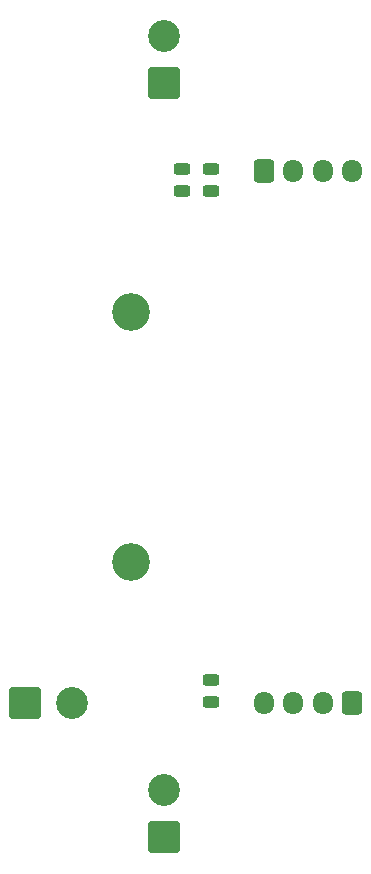
<source format=gbr>
%TF.GenerationSoftware,KiCad,Pcbnew,7.0.6*%
%TF.CreationDate,2024-02-11T17:46:38+09:00*%
%TF.ProjectId,MotorDriver_DRV8874_20240201,4d6f746f-7244-4726-9976-65725f445256,rev?*%
%TF.SameCoordinates,Original*%
%TF.FileFunction,Soldermask,Bot*%
%TF.FilePolarity,Negative*%
%FSLAX46Y46*%
G04 Gerber Fmt 4.6, Leading zero omitted, Abs format (unit mm)*
G04 Created by KiCad (PCBNEW 7.0.6) date 2024-02-11 17:46:38*
%MOMM*%
%LPD*%
G01*
G04 APERTURE LIST*
G04 Aperture macros list*
%AMRoundRect*
0 Rectangle with rounded corners*
0 $1 Rounding radius*
0 $2 $3 $4 $5 $6 $7 $8 $9 X,Y pos of 4 corners*
0 Add a 4 corners polygon primitive as box body*
4,1,4,$2,$3,$4,$5,$6,$7,$8,$9,$2,$3,0*
0 Add four circle primitives for the rounded corners*
1,1,$1+$1,$2,$3*
1,1,$1+$1,$4,$5*
1,1,$1+$1,$6,$7*
1,1,$1+$1,$8,$9*
0 Add four rect primitives between the rounded corners*
20,1,$1+$1,$2,$3,$4,$5,0*
20,1,$1+$1,$4,$5,$6,$7,0*
20,1,$1+$1,$6,$7,$8,$9,0*
20,1,$1+$1,$8,$9,$2,$3,0*%
G04 Aperture macros list end*
%ADD10RoundRect,0.250001X1.099999X-1.099999X1.099999X1.099999X-1.099999X1.099999X-1.099999X-1.099999X0*%
%ADD11C,2.700000*%
%ADD12RoundRect,0.250000X-0.600000X-0.725000X0.600000X-0.725000X0.600000X0.725000X-0.600000X0.725000X0*%
%ADD13O,1.700000X1.950000*%
%ADD14RoundRect,0.250000X0.600000X0.725000X-0.600000X0.725000X-0.600000X-0.725000X0.600000X-0.725000X0*%
%ADD15RoundRect,0.250001X-1.099999X-1.099999X1.099999X-1.099999X1.099999X1.099999X-1.099999X1.099999X0*%
%ADD16C,3.200000*%
%ADD17RoundRect,0.243750X-0.456250X0.243750X-0.456250X-0.243750X0.456250X-0.243750X0.456250X0.243750X0*%
G04 APERTURE END LIST*
D10*
%TO.C,M2*%
X96452585Y-128342867D03*
D11*
X96452585Y-124382867D03*
%TD*%
D12*
%TO.C,J4*%
X104925000Y-71912500D03*
D13*
X107425000Y-71912500D03*
X109925000Y-71912500D03*
X112425000Y-71912500D03*
%TD*%
D14*
%TO.C,J5*%
X112425000Y-116962500D03*
D13*
X109925000Y-116962500D03*
X107425000Y-116962500D03*
X104925000Y-116962500D03*
%TD*%
D15*
%TO.C,VIN*%
X84695000Y-116962133D03*
D11*
X88655000Y-116962133D03*
%TD*%
D16*
%TO.C,REF\u002A\u002A*%
X93670708Y-83837500D03*
%TD*%
%TO.C,REF\u002A\u002A*%
X93670690Y-105037500D03*
%TD*%
D10*
%TO.C,M1*%
X96452585Y-64492133D03*
D11*
X96452585Y-60532133D03*
%TD*%
D17*
%TO.C,PWR*%
X100500000Y-115000000D03*
X100500000Y-116875000D03*
%TD*%
%TO.C,M2*%
X100500000Y-71750000D03*
X100500000Y-73625000D03*
%TD*%
%TO.C,M1*%
X98000000Y-71750000D03*
X98000000Y-73625000D03*
%TD*%
M02*

</source>
